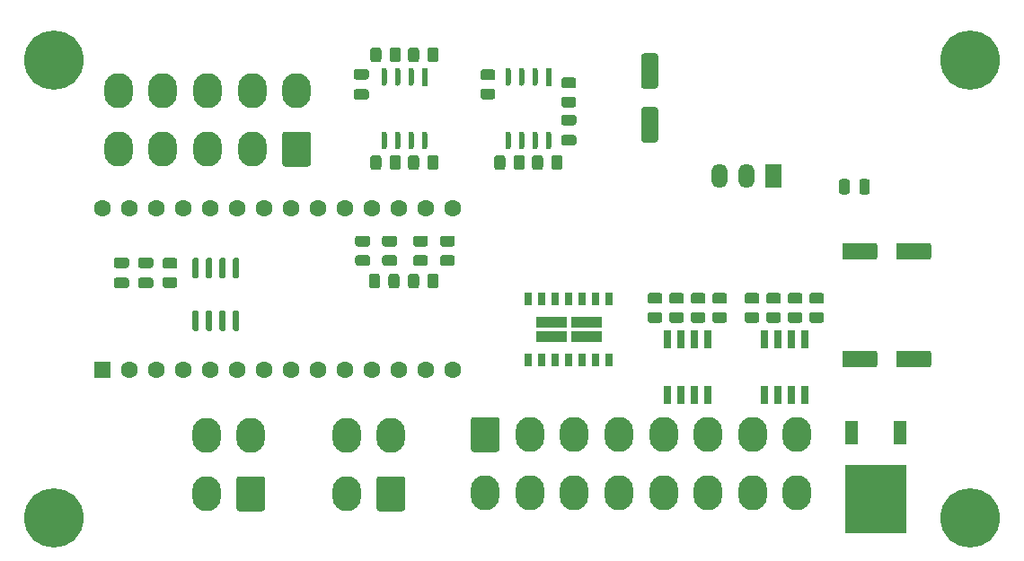
<source format=gbr>
%TF.GenerationSoftware,KiCad,Pcbnew,5.1.9+dfsg1-1*%
%TF.CreationDate,2021-05-17T21:51:48+02:00*%
%TF.ProjectId,JoeMBMS,4a6f654d-424d-4532-9e6b-696361645f70,rev?*%
%TF.SameCoordinates,Original*%
%TF.FileFunction,Soldermask,Top*%
%TF.FilePolarity,Negative*%
%FSLAX46Y46*%
G04 Gerber Fmt 4.6, Leading zero omitted, Abs format (unit mm)*
G04 Created by KiCad (PCBNEW 5.1.9+dfsg1-1) date 2021-05-17 21:51:48*
%MOMM*%
%LPD*%
G01*
G04 APERTURE LIST*
%ADD10C,5.600000*%
%ADD11R,1.600000X1.600000*%
%ADD12C,1.600000*%
%ADD13O,2.700000X3.300000*%
%ADD14R,0.532132X1.702833*%
%ADD15R,0.720000X1.780000*%
%ADD16R,1.200000X2.200000*%
%ADD17R,5.800000X6.400000*%
%ADD18R,2.900000X1.025000*%
%ADD19R,0.650000X1.310000*%
%ADD20R,1.500000X2.300000*%
%ADD21O,1.500000X2.300000*%
G04 APERTURE END LIST*
%TO.C,C8*%
G36*
G01*
X208421000Y-133054000D02*
X208421000Y-134154000D01*
G75*
G02*
X208171000Y-134404000I-250000J0D01*
G01*
X205346000Y-134404000D01*
G75*
G02*
X205096000Y-134154000I0J250000D01*
G01*
X205096000Y-133054000D01*
G75*
G02*
X205346000Y-132804000I250000J0D01*
G01*
X208171000Y-132804000D01*
G75*
G02*
X208421000Y-133054000I0J-250000D01*
G01*
G37*
G36*
G01*
X213496000Y-133054000D02*
X213496000Y-134154000D01*
G75*
G02*
X213246000Y-134404000I-250000J0D01*
G01*
X210421000Y-134404000D01*
G75*
G02*
X210171000Y-134154000I0J250000D01*
G01*
X210171000Y-133054000D01*
G75*
G02*
X210421000Y-132804000I250000J0D01*
G01*
X213246000Y-132804000D01*
G75*
G02*
X213496000Y-133054000I0J-250000D01*
G01*
G37*
%TD*%
%TO.C,C7*%
G36*
G01*
X186394000Y-120001000D02*
X187494000Y-120001000D01*
G75*
G02*
X187744000Y-120251000I0J-250000D01*
G01*
X187744000Y-123076000D01*
G75*
G02*
X187494000Y-123326000I-250000J0D01*
G01*
X186394000Y-123326000D01*
G75*
G02*
X186144000Y-123076000I0J250000D01*
G01*
X186144000Y-120251000D01*
G75*
G02*
X186394000Y-120001000I250000J0D01*
G01*
G37*
G36*
G01*
X186394000Y-114926000D02*
X187494000Y-114926000D01*
G75*
G02*
X187744000Y-115176000I0J-250000D01*
G01*
X187744000Y-118001000D01*
G75*
G02*
X187494000Y-118251000I-250000J0D01*
G01*
X186394000Y-118251000D01*
G75*
G02*
X186144000Y-118001000I0J250000D01*
G01*
X186144000Y-115176000D01*
G75*
G02*
X186394000Y-114926000I250000J0D01*
G01*
G37*
%TD*%
%TO.C,C5*%
G36*
G01*
X208421000Y-143214000D02*
X208421000Y-144314000D01*
G75*
G02*
X208171000Y-144564000I-250000J0D01*
G01*
X205346000Y-144564000D01*
G75*
G02*
X205096000Y-144314000I0J250000D01*
G01*
X205096000Y-143214000D01*
G75*
G02*
X205346000Y-142964000I250000J0D01*
G01*
X208171000Y-142964000D01*
G75*
G02*
X208421000Y-143214000I0J-250000D01*
G01*
G37*
G36*
G01*
X213496000Y-143214000D02*
X213496000Y-144314000D01*
G75*
G02*
X213246000Y-144564000I-250000J0D01*
G01*
X210421000Y-144564000D01*
G75*
G02*
X210171000Y-144314000I0J250000D01*
G01*
X210171000Y-143214000D01*
G75*
G02*
X210421000Y-142964000I250000J0D01*
G01*
X213246000Y-142964000D01*
G75*
G02*
X213496000Y-143214000I0J-250000D01*
G01*
G37*
%TD*%
D10*
%TO.C,REF\u002A\u002A*%
X130810000Y-158750000D03*
%TD*%
%TO.C,REF\u002A\u002A*%
X130810000Y-115570000D03*
%TD*%
%TO.C,REF\u002A\u002A*%
X217170000Y-115570000D03*
%TD*%
%TO.C,REF\u002A\u002A*%
X217170000Y-158750000D03*
%TD*%
D11*
%TO.C,U1*%
X135382000Y-144780000D03*
D12*
X137922000Y-144780000D03*
X140462000Y-144780000D03*
X143002000Y-144780000D03*
X145542000Y-144780000D03*
X148082000Y-144780000D03*
X150622000Y-144780000D03*
X153162000Y-144780000D03*
X155702000Y-144780000D03*
X158242000Y-144780000D03*
X160782000Y-144780000D03*
X163322000Y-144780000D03*
X165862000Y-144780000D03*
X135382000Y-129540000D03*
X137922000Y-129540000D03*
X140462000Y-129540000D03*
X143002000Y-129540000D03*
X145542000Y-129540000D03*
X148082000Y-129540000D03*
X150622000Y-129540000D03*
X153162000Y-129540000D03*
X155702000Y-129540000D03*
X158242000Y-129540000D03*
X160782000Y-129540000D03*
X163322000Y-129540000D03*
X165862000Y-129540000D03*
X168402000Y-144780000D03*
X168402000Y-129540000D03*
%TD*%
%TO.C,R12*%
G36*
G01*
X198177999Y-137513000D02*
X199078001Y-137513000D01*
G75*
G02*
X199328000Y-137762999I0J-249999D01*
G01*
X199328000Y-138288001D01*
G75*
G02*
X199078001Y-138538000I-249999J0D01*
G01*
X198177999Y-138538000D01*
G75*
G02*
X197928000Y-138288001I0J249999D01*
G01*
X197928000Y-137762999D01*
G75*
G02*
X198177999Y-137513000I249999J0D01*
G01*
G37*
G36*
G01*
X198177999Y-139338000D02*
X199078001Y-139338000D01*
G75*
G02*
X199328000Y-139587999I0J-249999D01*
G01*
X199328000Y-140113001D01*
G75*
G02*
X199078001Y-140363000I-249999J0D01*
G01*
X198177999Y-140363000D01*
G75*
G02*
X197928000Y-140113001I0J249999D01*
G01*
X197928000Y-139587999D01*
G75*
G02*
X198177999Y-139338000I249999J0D01*
G01*
G37*
%TD*%
%TO.C,C1*%
G36*
G01*
X138971000Y-134186000D02*
X139921000Y-134186000D01*
G75*
G02*
X140171000Y-134436000I0J-250000D01*
G01*
X140171000Y-134936000D01*
G75*
G02*
X139921000Y-135186000I-250000J0D01*
G01*
X138971000Y-135186000D01*
G75*
G02*
X138721000Y-134936000I0J250000D01*
G01*
X138721000Y-134436000D01*
G75*
G02*
X138971000Y-134186000I250000J0D01*
G01*
G37*
G36*
G01*
X138971000Y-136086000D02*
X139921000Y-136086000D01*
G75*
G02*
X140171000Y-136336000I0J-250000D01*
G01*
X140171000Y-136836000D01*
G75*
G02*
X139921000Y-137086000I-250000J0D01*
G01*
X138971000Y-137086000D01*
G75*
G02*
X138721000Y-136836000I0J250000D01*
G01*
X138721000Y-136336000D01*
G75*
G02*
X138971000Y-136086000I250000J0D01*
G01*
G37*
%TD*%
%TO.C,C2*%
G36*
G01*
X136685000Y-136086000D02*
X137635000Y-136086000D01*
G75*
G02*
X137885000Y-136336000I0J-250000D01*
G01*
X137885000Y-136836000D01*
G75*
G02*
X137635000Y-137086000I-250000J0D01*
G01*
X136685000Y-137086000D01*
G75*
G02*
X136435000Y-136836000I0J250000D01*
G01*
X136435000Y-136336000D01*
G75*
G02*
X136685000Y-136086000I250000J0D01*
G01*
G37*
G36*
G01*
X136685000Y-134186000D02*
X137635000Y-134186000D01*
G75*
G02*
X137885000Y-134436000I0J-250000D01*
G01*
X137885000Y-134936000D01*
G75*
G02*
X137635000Y-135186000I-250000J0D01*
G01*
X136685000Y-135186000D01*
G75*
G02*
X136435000Y-134936000I0J250000D01*
G01*
X136435000Y-134436000D01*
G75*
G02*
X136685000Y-134186000I250000J0D01*
G01*
G37*
%TD*%
%TO.C,C3*%
G36*
G01*
X159291000Y-118306000D02*
X160241000Y-118306000D01*
G75*
G02*
X160491000Y-118556000I0J-250000D01*
G01*
X160491000Y-119056000D01*
G75*
G02*
X160241000Y-119306000I-250000J0D01*
G01*
X159291000Y-119306000D01*
G75*
G02*
X159041000Y-119056000I0J250000D01*
G01*
X159041000Y-118556000D01*
G75*
G02*
X159291000Y-118306000I250000J0D01*
G01*
G37*
G36*
G01*
X159291000Y-116406000D02*
X160241000Y-116406000D01*
G75*
G02*
X160491000Y-116656000I0J-250000D01*
G01*
X160491000Y-117156000D01*
G75*
G02*
X160241000Y-117406000I-250000J0D01*
G01*
X159291000Y-117406000D01*
G75*
G02*
X159041000Y-117156000I0J250000D01*
G01*
X159041000Y-116656000D01*
G75*
G02*
X159291000Y-116406000I250000J0D01*
G01*
G37*
%TD*%
%TO.C,C4*%
G36*
G01*
X178849000Y-120724000D02*
X179799000Y-120724000D01*
G75*
G02*
X180049000Y-120974000I0J-250000D01*
G01*
X180049000Y-121474000D01*
G75*
G02*
X179799000Y-121724000I-250000J0D01*
G01*
X178849000Y-121724000D01*
G75*
G02*
X178599000Y-121474000I0J250000D01*
G01*
X178599000Y-120974000D01*
G75*
G02*
X178849000Y-120724000I250000J0D01*
G01*
G37*
G36*
G01*
X178849000Y-122624000D02*
X179799000Y-122624000D01*
G75*
G02*
X180049000Y-122874000I0J-250000D01*
G01*
X180049000Y-123374000D01*
G75*
G02*
X179799000Y-123624000I-250000J0D01*
G01*
X178849000Y-123624000D01*
G75*
G02*
X178599000Y-123374000I0J250000D01*
G01*
X178599000Y-122874000D01*
G75*
G02*
X178849000Y-122624000I250000J0D01*
G01*
G37*
%TD*%
%TO.C,C6*%
G36*
G01*
X207698000Y-127033000D02*
X207698000Y-127983000D01*
G75*
G02*
X207448000Y-128233000I-250000J0D01*
G01*
X206948000Y-128233000D01*
G75*
G02*
X206698000Y-127983000I0J250000D01*
G01*
X206698000Y-127033000D01*
G75*
G02*
X206948000Y-126783000I250000J0D01*
G01*
X207448000Y-126783000D01*
G75*
G02*
X207698000Y-127033000I0J-250000D01*
G01*
G37*
G36*
G01*
X205798000Y-127033000D02*
X205798000Y-127983000D01*
G75*
G02*
X205548000Y-128233000I-250000J0D01*
G01*
X205048000Y-128233000D01*
G75*
G02*
X204798000Y-127983000I0J250000D01*
G01*
X204798000Y-127033000D01*
G75*
G02*
X205048000Y-126783000I250000J0D01*
G01*
X205548000Y-126783000D01*
G75*
G02*
X205798000Y-127033000I0J-250000D01*
G01*
G37*
%TD*%
D13*
%TO.C,J1*%
X145152000Y-150964000D03*
X149352000Y-150964000D03*
X145152000Y-156464000D03*
G36*
G01*
X150702000Y-155064001D02*
X150702000Y-157863999D01*
G75*
G02*
X150451999Y-158114000I-250001J0D01*
G01*
X148252001Y-158114000D01*
G75*
G02*
X148002000Y-157863999I0J250001D01*
G01*
X148002000Y-155064001D01*
G75*
G02*
X148252001Y-154814000I250001J0D01*
G01*
X150451999Y-154814000D01*
G75*
G02*
X150702000Y-155064001I0J-250001D01*
G01*
G37*
%TD*%
%TO.C,J2*%
G36*
G01*
X163910000Y-155064001D02*
X163910000Y-157863999D01*
G75*
G02*
X163659999Y-158114000I-250001J0D01*
G01*
X161460001Y-158114000D01*
G75*
G02*
X161210000Y-157863999I0J250001D01*
G01*
X161210000Y-155064001D01*
G75*
G02*
X161460001Y-154814000I250001J0D01*
G01*
X163659999Y-154814000D01*
G75*
G02*
X163910000Y-155064001I0J-250001D01*
G01*
G37*
X158360000Y-156464000D03*
X162560000Y-150964000D03*
X158360000Y-150964000D03*
%TD*%
%TO.C,J4*%
G36*
G01*
X170100000Y-152275999D02*
X170100000Y-149476001D01*
G75*
G02*
X170350001Y-149226000I250001J0D01*
G01*
X172549999Y-149226000D01*
G75*
G02*
X172800000Y-149476001I0J-250001D01*
G01*
X172800000Y-152275999D01*
G75*
G02*
X172549999Y-152526000I-250001J0D01*
G01*
X170350001Y-152526000D01*
G75*
G02*
X170100000Y-152275999I0J250001D01*
G01*
G37*
X175650000Y-150876000D03*
X179850000Y-150876000D03*
X184050000Y-150876000D03*
X188250000Y-150876000D03*
X192450000Y-150876000D03*
X196650000Y-150876000D03*
X200850000Y-150876000D03*
X171450000Y-156376000D03*
X175650000Y-156376000D03*
X179850000Y-156376000D03*
X184050000Y-156376000D03*
X188250000Y-156376000D03*
X192450000Y-156376000D03*
X196650000Y-156376000D03*
X200850000Y-156376000D03*
%TD*%
%TO.C,J5*%
G36*
G01*
X155020000Y-122552001D02*
X155020000Y-125351999D01*
G75*
G02*
X154769999Y-125602000I-250001J0D01*
G01*
X152570001Y-125602000D01*
G75*
G02*
X152320000Y-125351999I0J250001D01*
G01*
X152320000Y-122552001D01*
G75*
G02*
X152570001Y-122302000I250001J0D01*
G01*
X154769999Y-122302000D01*
G75*
G02*
X155020000Y-122552001I0J-250001D01*
G01*
G37*
X149470000Y-123952000D03*
X145270000Y-123952000D03*
X141070000Y-123952000D03*
X136870000Y-123952000D03*
X153670000Y-118452000D03*
X149470000Y-118452000D03*
X145270000Y-118452000D03*
X141070000Y-118452000D03*
X136870000Y-118452000D03*
%TD*%
D14*
%TO.C,Q1*%
X177419000Y-117141858D03*
G36*
G01*
X176149000Y-116290442D02*
X176149000Y-116290442D01*
G75*
G02*
X176415066Y-116556508I0J-266066D01*
G01*
X176415066Y-117727208D01*
G75*
G02*
X176149000Y-117993274I-266066J0D01*
G01*
X176149000Y-117993274D01*
G75*
G02*
X175882934Y-117727208I0J266066D01*
G01*
X175882934Y-116556508D01*
G75*
G02*
X176149000Y-116290442I266066J0D01*
G01*
G37*
G36*
G01*
X174879000Y-116290442D02*
X174879000Y-116290442D01*
G75*
G02*
X175145066Y-116556508I0J-266066D01*
G01*
X175145066Y-117727208D01*
G75*
G02*
X174879000Y-117993274I-266066J0D01*
G01*
X174879000Y-117993274D01*
G75*
G02*
X174612934Y-117727208I0J266066D01*
G01*
X174612934Y-116556508D01*
G75*
G02*
X174879000Y-116290442I266066J0D01*
G01*
G37*
G36*
G01*
X173609000Y-116290442D02*
X173609000Y-116290442D01*
G75*
G02*
X173875066Y-116556508I0J-266066D01*
G01*
X173875066Y-117727208D01*
G75*
G02*
X173609000Y-117993274I-266066J0D01*
G01*
X173609000Y-117993274D01*
G75*
G02*
X173342934Y-117727208I0J266066D01*
G01*
X173342934Y-116556508D01*
G75*
G02*
X173609000Y-116290442I266066J0D01*
G01*
G37*
G36*
G01*
X173609000Y-122290727D02*
X173609000Y-122290727D01*
G75*
G02*
X173875066Y-122556793I0J-266066D01*
G01*
X173875066Y-123727493D01*
G75*
G02*
X173609000Y-123993559I-266066J0D01*
G01*
X173609000Y-123993559D01*
G75*
G02*
X173342934Y-123727493I0J266066D01*
G01*
X173342934Y-122556793D01*
G75*
G02*
X173609000Y-122290727I266066J0D01*
G01*
G37*
G36*
G01*
X174879000Y-122290727D02*
X174879000Y-122290727D01*
G75*
G02*
X175145066Y-122556793I0J-266066D01*
G01*
X175145066Y-123727493D01*
G75*
G02*
X174879000Y-123993559I-266066J0D01*
G01*
X174879000Y-123993559D01*
G75*
G02*
X174612934Y-123727493I0J266066D01*
G01*
X174612934Y-122556793D01*
G75*
G02*
X174879000Y-122290727I266066J0D01*
G01*
G37*
G36*
G01*
X176149000Y-122290727D02*
X176149000Y-122290727D01*
G75*
G02*
X176415066Y-122556793I0J-266066D01*
G01*
X176415066Y-123727493D01*
G75*
G02*
X176149000Y-123993559I-266066J0D01*
G01*
X176149000Y-123993559D01*
G75*
G02*
X175882934Y-123727493I0J266066D01*
G01*
X175882934Y-122556793D01*
G75*
G02*
X176149000Y-122290727I266066J0D01*
G01*
G37*
G36*
G01*
X177419000Y-122290727D02*
X177419000Y-122290727D01*
G75*
G02*
X177685066Y-122556793I0J-266066D01*
G01*
X177685066Y-123727493D01*
G75*
G02*
X177419000Y-123993559I-266066J0D01*
G01*
X177419000Y-123993559D01*
G75*
G02*
X177152934Y-123727493I0J266066D01*
G01*
X177152934Y-122556793D01*
G75*
G02*
X177419000Y-122290727I266066J0D01*
G01*
G37*
%TD*%
%TO.C,Q2*%
G36*
G01*
X165735000Y-122290727D02*
X165735000Y-122290727D01*
G75*
G02*
X166001066Y-122556793I0J-266066D01*
G01*
X166001066Y-123727493D01*
G75*
G02*
X165735000Y-123993559I-266066J0D01*
G01*
X165735000Y-123993559D01*
G75*
G02*
X165468934Y-123727493I0J266066D01*
G01*
X165468934Y-122556793D01*
G75*
G02*
X165735000Y-122290727I266066J0D01*
G01*
G37*
G36*
G01*
X164465000Y-122290727D02*
X164465000Y-122290727D01*
G75*
G02*
X164731066Y-122556793I0J-266066D01*
G01*
X164731066Y-123727493D01*
G75*
G02*
X164465000Y-123993559I-266066J0D01*
G01*
X164465000Y-123993559D01*
G75*
G02*
X164198934Y-123727493I0J266066D01*
G01*
X164198934Y-122556793D01*
G75*
G02*
X164465000Y-122290727I266066J0D01*
G01*
G37*
G36*
G01*
X163195000Y-122290727D02*
X163195000Y-122290727D01*
G75*
G02*
X163461066Y-122556793I0J-266066D01*
G01*
X163461066Y-123727493D01*
G75*
G02*
X163195000Y-123993559I-266066J0D01*
G01*
X163195000Y-123993559D01*
G75*
G02*
X162928934Y-123727493I0J266066D01*
G01*
X162928934Y-122556793D01*
G75*
G02*
X163195000Y-122290727I266066J0D01*
G01*
G37*
G36*
G01*
X161925000Y-122290727D02*
X161925000Y-122290727D01*
G75*
G02*
X162191066Y-122556793I0J-266066D01*
G01*
X162191066Y-123727493D01*
G75*
G02*
X161925000Y-123993559I-266066J0D01*
G01*
X161925000Y-123993559D01*
G75*
G02*
X161658934Y-123727493I0J266066D01*
G01*
X161658934Y-122556793D01*
G75*
G02*
X161925000Y-122290727I266066J0D01*
G01*
G37*
G36*
G01*
X161925000Y-116290442D02*
X161925000Y-116290442D01*
G75*
G02*
X162191066Y-116556508I0J-266066D01*
G01*
X162191066Y-117727208D01*
G75*
G02*
X161925000Y-117993274I-266066J0D01*
G01*
X161925000Y-117993274D01*
G75*
G02*
X161658934Y-117727208I0J266066D01*
G01*
X161658934Y-116556508D01*
G75*
G02*
X161925000Y-116290442I266066J0D01*
G01*
G37*
G36*
G01*
X163195000Y-116290442D02*
X163195000Y-116290442D01*
G75*
G02*
X163461066Y-116556508I0J-266066D01*
G01*
X163461066Y-117727208D01*
G75*
G02*
X163195000Y-117993274I-266066J0D01*
G01*
X163195000Y-117993274D01*
G75*
G02*
X162928934Y-117727208I0J266066D01*
G01*
X162928934Y-116556508D01*
G75*
G02*
X163195000Y-116290442I266066J0D01*
G01*
G37*
G36*
G01*
X164465000Y-116290442D02*
X164465000Y-116290442D01*
G75*
G02*
X164731066Y-116556508I0J-266066D01*
G01*
X164731066Y-117727208D01*
G75*
G02*
X164465000Y-117993274I-266066J0D01*
G01*
X164465000Y-117993274D01*
G75*
G02*
X164198934Y-117727208I0J266066D01*
G01*
X164198934Y-116556508D01*
G75*
G02*
X164465000Y-116290442I266066J0D01*
G01*
G37*
X165735000Y-117141858D03*
%TD*%
D15*
%TO.C,Q3*%
X201549000Y-141916000D03*
X199009000Y-141916000D03*
X200279000Y-141916000D03*
X197739000Y-141916000D03*
X197739000Y-147136000D03*
X199009000Y-147136000D03*
X200279000Y-147136000D03*
X201549000Y-147136000D03*
%TD*%
%TO.C,Q4*%
X192405000Y-147136000D03*
X191135000Y-147136000D03*
X189865000Y-147136000D03*
X188595000Y-147136000D03*
X188595000Y-141916000D03*
X191135000Y-141916000D03*
X189865000Y-141916000D03*
X192405000Y-141916000D03*
%TD*%
D16*
%TO.C,Q5*%
X210560000Y-150672000D03*
X206000000Y-150672000D03*
D17*
X208280000Y-156972000D03*
%TD*%
%TO.C,R1*%
G36*
G01*
X141281999Y-136036000D02*
X142182001Y-136036000D01*
G75*
G02*
X142432000Y-136285999I0J-249999D01*
G01*
X142432000Y-136811001D01*
G75*
G02*
X142182001Y-137061000I-249999J0D01*
G01*
X141281999Y-137061000D01*
G75*
G02*
X141032000Y-136811001I0J249999D01*
G01*
X141032000Y-136285999D01*
G75*
G02*
X141281999Y-136036000I249999J0D01*
G01*
G37*
G36*
G01*
X141281999Y-134211000D02*
X142182001Y-134211000D01*
G75*
G02*
X142432000Y-134460999I0J-249999D01*
G01*
X142432000Y-134986001D01*
G75*
G02*
X142182001Y-135236000I-249999J0D01*
G01*
X141281999Y-135236000D01*
G75*
G02*
X141032000Y-134986001I0J249999D01*
G01*
X141032000Y-134460999D01*
G75*
G02*
X141281999Y-134211000I249999J0D01*
G01*
G37*
%TD*%
%TO.C,R2*%
G36*
G01*
X179774001Y-118218000D02*
X178873999Y-118218000D01*
G75*
G02*
X178624000Y-117968001I0J249999D01*
G01*
X178624000Y-117442999D01*
G75*
G02*
X178873999Y-117193000I249999J0D01*
G01*
X179774001Y-117193000D01*
G75*
G02*
X180024000Y-117442999I0J-249999D01*
G01*
X180024000Y-117968001D01*
G75*
G02*
X179774001Y-118218000I-249999J0D01*
G01*
G37*
G36*
G01*
X179774001Y-120043000D02*
X178873999Y-120043000D01*
G75*
G02*
X178624000Y-119793001I0J249999D01*
G01*
X178624000Y-119267999D01*
G75*
G02*
X178873999Y-119018000I249999J0D01*
G01*
X179774001Y-119018000D01*
G75*
G02*
X180024000Y-119267999I0J-249999D01*
G01*
X180024000Y-119793001D01*
G75*
G02*
X179774001Y-120043000I-249999J0D01*
G01*
G37*
%TD*%
%TO.C,R3*%
G36*
G01*
X172154001Y-119281000D02*
X171253999Y-119281000D01*
G75*
G02*
X171004000Y-119031001I0J249999D01*
G01*
X171004000Y-118505999D01*
G75*
G02*
X171253999Y-118256000I249999J0D01*
G01*
X172154001Y-118256000D01*
G75*
G02*
X172404000Y-118505999I0J-249999D01*
G01*
X172404000Y-119031001D01*
G75*
G02*
X172154001Y-119281000I-249999J0D01*
G01*
G37*
G36*
G01*
X172154001Y-117456000D02*
X171253999Y-117456000D01*
G75*
G02*
X171004000Y-117206001I0J249999D01*
G01*
X171004000Y-116680999D01*
G75*
G02*
X171253999Y-116431000I249999J0D01*
G01*
X172154001Y-116431000D01*
G75*
G02*
X172404000Y-116680999I0J-249999D01*
G01*
X172404000Y-117206001D01*
G75*
G02*
X172154001Y-117456000I-249999J0D01*
G01*
G37*
%TD*%
%TO.C,R4*%
G36*
G01*
X164183000Y-115512001D02*
X164183000Y-114611999D01*
G75*
G02*
X164432999Y-114362000I249999J0D01*
G01*
X164958001Y-114362000D01*
G75*
G02*
X165208000Y-114611999I0J-249999D01*
G01*
X165208000Y-115512001D01*
G75*
G02*
X164958001Y-115762000I-249999J0D01*
G01*
X164432999Y-115762000D01*
G75*
G02*
X164183000Y-115512001I0J249999D01*
G01*
G37*
G36*
G01*
X166008000Y-115512001D02*
X166008000Y-114611999D01*
G75*
G02*
X166257999Y-114362000I249999J0D01*
G01*
X166783001Y-114362000D01*
G75*
G02*
X167033000Y-114611999I0J-249999D01*
G01*
X167033000Y-115512001D01*
G75*
G02*
X166783001Y-115762000I-249999J0D01*
G01*
X166257999Y-115762000D01*
G75*
G02*
X166008000Y-115512001I0J249999D01*
G01*
G37*
%TD*%
%TO.C,R5*%
G36*
G01*
X162452000Y-115512001D02*
X162452000Y-114611999D01*
G75*
G02*
X162701999Y-114362000I249999J0D01*
G01*
X163227001Y-114362000D01*
G75*
G02*
X163477000Y-114611999I0J-249999D01*
G01*
X163477000Y-115512001D01*
G75*
G02*
X163227001Y-115762000I-249999J0D01*
G01*
X162701999Y-115762000D01*
G75*
G02*
X162452000Y-115512001I0J249999D01*
G01*
G37*
G36*
G01*
X160627000Y-115512001D02*
X160627000Y-114611999D01*
G75*
G02*
X160876999Y-114362000I249999J0D01*
G01*
X161402001Y-114362000D01*
G75*
G02*
X161652000Y-114611999I0J-249999D01*
G01*
X161652000Y-115512001D01*
G75*
G02*
X161402001Y-115762000I-249999J0D01*
G01*
X160876999Y-115762000D01*
G75*
G02*
X160627000Y-115512001I0J249999D01*
G01*
G37*
%TD*%
%TO.C,R6*%
G36*
G01*
X176892000Y-124771999D02*
X176892000Y-125672001D01*
G75*
G02*
X176642001Y-125922000I-249999J0D01*
G01*
X176116999Y-125922000D01*
G75*
G02*
X175867000Y-125672001I0J249999D01*
G01*
X175867000Y-124771999D01*
G75*
G02*
X176116999Y-124522000I249999J0D01*
G01*
X176642001Y-124522000D01*
G75*
G02*
X176892000Y-124771999I0J-249999D01*
G01*
G37*
G36*
G01*
X178717000Y-124771999D02*
X178717000Y-125672001D01*
G75*
G02*
X178467001Y-125922000I-249999J0D01*
G01*
X177941999Y-125922000D01*
G75*
G02*
X177692000Y-125672001I0J249999D01*
G01*
X177692000Y-124771999D01*
G75*
G02*
X177941999Y-124522000I249999J0D01*
G01*
X178467001Y-124522000D01*
G75*
G02*
X178717000Y-124771999I0J-249999D01*
G01*
G37*
%TD*%
%TO.C,R7*%
G36*
G01*
X172311000Y-125672001D02*
X172311000Y-124771999D01*
G75*
G02*
X172560999Y-124522000I249999J0D01*
G01*
X173086001Y-124522000D01*
G75*
G02*
X173336000Y-124771999I0J-249999D01*
G01*
X173336000Y-125672001D01*
G75*
G02*
X173086001Y-125922000I-249999J0D01*
G01*
X172560999Y-125922000D01*
G75*
G02*
X172311000Y-125672001I0J249999D01*
G01*
G37*
G36*
G01*
X174136000Y-125672001D02*
X174136000Y-124771999D01*
G75*
G02*
X174385999Y-124522000I249999J0D01*
G01*
X174911001Y-124522000D01*
G75*
G02*
X175161000Y-124771999I0J-249999D01*
G01*
X175161000Y-125672001D01*
G75*
G02*
X174911001Y-125922000I-249999J0D01*
G01*
X174385999Y-125922000D01*
G75*
G02*
X174136000Y-125672001I0J249999D01*
G01*
G37*
%TD*%
%TO.C,R8*%
G36*
G01*
X167033000Y-124771999D02*
X167033000Y-125672001D01*
G75*
G02*
X166783001Y-125922000I-249999J0D01*
G01*
X166257999Y-125922000D01*
G75*
G02*
X166008000Y-125672001I0J249999D01*
G01*
X166008000Y-124771999D01*
G75*
G02*
X166257999Y-124522000I249999J0D01*
G01*
X166783001Y-124522000D01*
G75*
G02*
X167033000Y-124771999I0J-249999D01*
G01*
G37*
G36*
G01*
X165208000Y-124771999D02*
X165208000Y-125672001D01*
G75*
G02*
X164958001Y-125922000I-249999J0D01*
G01*
X164432999Y-125922000D01*
G75*
G02*
X164183000Y-125672001I0J249999D01*
G01*
X164183000Y-124771999D01*
G75*
G02*
X164432999Y-124522000I249999J0D01*
G01*
X164958001Y-124522000D01*
G75*
G02*
X165208000Y-124771999I0J-249999D01*
G01*
G37*
%TD*%
%TO.C,R9*%
G36*
G01*
X162452000Y-125672001D02*
X162452000Y-124771999D01*
G75*
G02*
X162701999Y-124522000I249999J0D01*
G01*
X163227001Y-124522000D01*
G75*
G02*
X163477000Y-124771999I0J-249999D01*
G01*
X163477000Y-125672001D01*
G75*
G02*
X163227001Y-125922000I-249999J0D01*
G01*
X162701999Y-125922000D01*
G75*
G02*
X162452000Y-125672001I0J249999D01*
G01*
G37*
G36*
G01*
X160627000Y-125672001D02*
X160627000Y-124771999D01*
G75*
G02*
X160876999Y-124522000I249999J0D01*
G01*
X161402001Y-124522000D01*
G75*
G02*
X161652000Y-124771999I0J-249999D01*
G01*
X161652000Y-125672001D01*
G75*
G02*
X161402001Y-125922000I-249999J0D01*
G01*
X160876999Y-125922000D01*
G75*
G02*
X160627000Y-125672001I0J249999D01*
G01*
G37*
%TD*%
%TO.C,R10*%
G36*
G01*
X202241999Y-137513000D02*
X203142001Y-137513000D01*
G75*
G02*
X203392000Y-137762999I0J-249999D01*
G01*
X203392000Y-138288001D01*
G75*
G02*
X203142001Y-138538000I-249999J0D01*
G01*
X202241999Y-138538000D01*
G75*
G02*
X201992000Y-138288001I0J249999D01*
G01*
X201992000Y-137762999D01*
G75*
G02*
X202241999Y-137513000I249999J0D01*
G01*
G37*
G36*
G01*
X202241999Y-139338000D02*
X203142001Y-139338000D01*
G75*
G02*
X203392000Y-139587999I0J-249999D01*
G01*
X203392000Y-140113001D01*
G75*
G02*
X203142001Y-140363000I-249999J0D01*
G01*
X202241999Y-140363000D01*
G75*
G02*
X201992000Y-140113001I0J249999D01*
G01*
X201992000Y-139587999D01*
G75*
G02*
X202241999Y-139338000I249999J0D01*
G01*
G37*
%TD*%
%TO.C,R11*%
G36*
G01*
X200209999Y-139338000D02*
X201110001Y-139338000D01*
G75*
G02*
X201360000Y-139587999I0J-249999D01*
G01*
X201360000Y-140113001D01*
G75*
G02*
X201110001Y-140363000I-249999J0D01*
G01*
X200209999Y-140363000D01*
G75*
G02*
X199960000Y-140113001I0J249999D01*
G01*
X199960000Y-139587999D01*
G75*
G02*
X200209999Y-139338000I249999J0D01*
G01*
G37*
G36*
G01*
X200209999Y-137513000D02*
X201110001Y-137513000D01*
G75*
G02*
X201360000Y-137762999I0J-249999D01*
G01*
X201360000Y-138288001D01*
G75*
G02*
X201110001Y-138538000I-249999J0D01*
G01*
X200209999Y-138538000D01*
G75*
G02*
X199960000Y-138288001I0J249999D01*
G01*
X199960000Y-137762999D01*
G75*
G02*
X200209999Y-137513000I249999J0D01*
G01*
G37*
%TD*%
%TO.C,R13*%
G36*
G01*
X196145999Y-137513000D02*
X197046001Y-137513000D01*
G75*
G02*
X197296000Y-137762999I0J-249999D01*
G01*
X197296000Y-138288001D01*
G75*
G02*
X197046001Y-138538000I-249999J0D01*
G01*
X196145999Y-138538000D01*
G75*
G02*
X195896000Y-138288001I0J249999D01*
G01*
X195896000Y-137762999D01*
G75*
G02*
X196145999Y-137513000I249999J0D01*
G01*
G37*
G36*
G01*
X196145999Y-139338000D02*
X197046001Y-139338000D01*
G75*
G02*
X197296000Y-139587999I0J-249999D01*
G01*
X197296000Y-140113001D01*
G75*
G02*
X197046001Y-140363000I-249999J0D01*
G01*
X196145999Y-140363000D01*
G75*
G02*
X195896000Y-140113001I0J249999D01*
G01*
X195896000Y-139587999D01*
G75*
G02*
X196145999Y-139338000I249999J0D01*
G01*
G37*
%TD*%
%TO.C,R14*%
G36*
G01*
X193097999Y-137513000D02*
X193998001Y-137513000D01*
G75*
G02*
X194248000Y-137762999I0J-249999D01*
G01*
X194248000Y-138288001D01*
G75*
G02*
X193998001Y-138538000I-249999J0D01*
G01*
X193097999Y-138538000D01*
G75*
G02*
X192848000Y-138288001I0J249999D01*
G01*
X192848000Y-137762999D01*
G75*
G02*
X193097999Y-137513000I249999J0D01*
G01*
G37*
G36*
G01*
X193097999Y-139338000D02*
X193998001Y-139338000D01*
G75*
G02*
X194248000Y-139587999I0J-249999D01*
G01*
X194248000Y-140113001D01*
G75*
G02*
X193998001Y-140363000I-249999J0D01*
G01*
X193097999Y-140363000D01*
G75*
G02*
X192848000Y-140113001I0J249999D01*
G01*
X192848000Y-139587999D01*
G75*
G02*
X193097999Y-139338000I249999J0D01*
G01*
G37*
%TD*%
%TO.C,R15*%
G36*
G01*
X191065999Y-139338000D02*
X191966001Y-139338000D01*
G75*
G02*
X192216000Y-139587999I0J-249999D01*
G01*
X192216000Y-140113001D01*
G75*
G02*
X191966001Y-140363000I-249999J0D01*
G01*
X191065999Y-140363000D01*
G75*
G02*
X190816000Y-140113001I0J249999D01*
G01*
X190816000Y-139587999D01*
G75*
G02*
X191065999Y-139338000I249999J0D01*
G01*
G37*
G36*
G01*
X191065999Y-137513000D02*
X191966001Y-137513000D01*
G75*
G02*
X192216000Y-137762999I0J-249999D01*
G01*
X192216000Y-138288001D01*
G75*
G02*
X191966001Y-138538000I-249999J0D01*
G01*
X191065999Y-138538000D01*
G75*
G02*
X190816000Y-138288001I0J249999D01*
G01*
X190816000Y-137762999D01*
G75*
G02*
X191065999Y-137513000I249999J0D01*
G01*
G37*
%TD*%
%TO.C,R16*%
G36*
G01*
X189033999Y-137513000D02*
X189934001Y-137513000D01*
G75*
G02*
X190184000Y-137762999I0J-249999D01*
G01*
X190184000Y-138288001D01*
G75*
G02*
X189934001Y-138538000I-249999J0D01*
G01*
X189033999Y-138538000D01*
G75*
G02*
X188784000Y-138288001I0J249999D01*
G01*
X188784000Y-137762999D01*
G75*
G02*
X189033999Y-137513000I249999J0D01*
G01*
G37*
G36*
G01*
X189033999Y-139338000D02*
X189934001Y-139338000D01*
G75*
G02*
X190184000Y-139587999I0J-249999D01*
G01*
X190184000Y-140113001D01*
G75*
G02*
X189934001Y-140363000I-249999J0D01*
G01*
X189033999Y-140363000D01*
G75*
G02*
X188784000Y-140113001I0J249999D01*
G01*
X188784000Y-139587999D01*
G75*
G02*
X189033999Y-139338000I249999J0D01*
G01*
G37*
%TD*%
%TO.C,R17*%
G36*
G01*
X187001999Y-139338000D02*
X187902001Y-139338000D01*
G75*
G02*
X188152000Y-139587999I0J-249999D01*
G01*
X188152000Y-140113001D01*
G75*
G02*
X187902001Y-140363000I-249999J0D01*
G01*
X187001999Y-140363000D01*
G75*
G02*
X186752000Y-140113001I0J249999D01*
G01*
X186752000Y-139587999D01*
G75*
G02*
X187001999Y-139338000I249999J0D01*
G01*
G37*
G36*
G01*
X187001999Y-137513000D02*
X187902001Y-137513000D01*
G75*
G02*
X188152000Y-137762999I0J-249999D01*
G01*
X188152000Y-138288001D01*
G75*
G02*
X187902001Y-138538000I-249999J0D01*
G01*
X187001999Y-138538000D01*
G75*
G02*
X186752000Y-138288001I0J249999D01*
G01*
X186752000Y-137762999D01*
G75*
G02*
X187001999Y-137513000I249999J0D01*
G01*
G37*
%TD*%
%TO.C,R18*%
G36*
G01*
X159442999Y-133953200D02*
X160343001Y-133953200D01*
G75*
G02*
X160593000Y-134203199I0J-249999D01*
G01*
X160593000Y-134728201D01*
G75*
G02*
X160343001Y-134978200I-249999J0D01*
G01*
X159442999Y-134978200D01*
G75*
G02*
X159193000Y-134728201I0J249999D01*
G01*
X159193000Y-134203199D01*
G75*
G02*
X159442999Y-133953200I249999J0D01*
G01*
G37*
G36*
G01*
X159442999Y-132128200D02*
X160343001Y-132128200D01*
G75*
G02*
X160593000Y-132378199I0J-249999D01*
G01*
X160593000Y-132903201D01*
G75*
G02*
X160343001Y-133153200I-249999J0D01*
G01*
X159442999Y-133153200D01*
G75*
G02*
X159193000Y-132903201I0J249999D01*
G01*
X159193000Y-132378199D01*
G75*
G02*
X159442999Y-132128200I249999J0D01*
G01*
G37*
%TD*%
%TO.C,R19*%
G36*
G01*
X162883001Y-134978200D02*
X161982999Y-134978200D01*
G75*
G02*
X161733000Y-134728201I0J249999D01*
G01*
X161733000Y-134203199D01*
G75*
G02*
X161982999Y-133953200I249999J0D01*
G01*
X162883001Y-133953200D01*
G75*
G02*
X163133000Y-134203199I0J-249999D01*
G01*
X163133000Y-134728201D01*
G75*
G02*
X162883001Y-134978200I-249999J0D01*
G01*
G37*
G36*
G01*
X162883001Y-133153200D02*
X161982999Y-133153200D01*
G75*
G02*
X161733000Y-132903201I0J249999D01*
G01*
X161733000Y-132378199D01*
G75*
G02*
X161982999Y-132128200I249999J0D01*
G01*
X162883001Y-132128200D01*
G75*
G02*
X163133000Y-132378199I0J-249999D01*
G01*
X163133000Y-132903201D01*
G75*
G02*
X162883001Y-133153200I-249999J0D01*
G01*
G37*
%TD*%
%TO.C,R20*%
G36*
G01*
X161525000Y-135947999D02*
X161525000Y-136848001D01*
G75*
G02*
X161275001Y-137098000I-249999J0D01*
G01*
X160749999Y-137098000D01*
G75*
G02*
X160500000Y-136848001I0J249999D01*
G01*
X160500000Y-135947999D01*
G75*
G02*
X160749999Y-135698000I249999J0D01*
G01*
X161275001Y-135698000D01*
G75*
G02*
X161525000Y-135947999I0J-249999D01*
G01*
G37*
G36*
G01*
X163350000Y-135947999D02*
X163350000Y-136848001D01*
G75*
G02*
X163100001Y-137098000I-249999J0D01*
G01*
X162574999Y-137098000D01*
G75*
G02*
X162325000Y-136848001I0J249999D01*
G01*
X162325000Y-135947999D01*
G75*
G02*
X162574999Y-135698000I249999J0D01*
G01*
X163100001Y-135698000D01*
G75*
G02*
X163350000Y-135947999I0J-249999D01*
G01*
G37*
%TD*%
%TO.C,R21*%
G36*
G01*
X167443999Y-132128200D02*
X168344001Y-132128200D01*
G75*
G02*
X168594000Y-132378199I0J-249999D01*
G01*
X168594000Y-132903201D01*
G75*
G02*
X168344001Y-133153200I-249999J0D01*
G01*
X167443999Y-133153200D01*
G75*
G02*
X167194000Y-132903201I0J249999D01*
G01*
X167194000Y-132378199D01*
G75*
G02*
X167443999Y-132128200I249999J0D01*
G01*
G37*
G36*
G01*
X167443999Y-133953200D02*
X168344001Y-133953200D01*
G75*
G02*
X168594000Y-134203199I0J-249999D01*
G01*
X168594000Y-134728201D01*
G75*
G02*
X168344001Y-134978200I-249999J0D01*
G01*
X167443999Y-134978200D01*
G75*
G02*
X167194000Y-134728201I0J249999D01*
G01*
X167194000Y-134203199D01*
G75*
G02*
X167443999Y-133953200I249999J0D01*
G01*
G37*
%TD*%
%TO.C,R22*%
G36*
G01*
X165804001Y-133153200D02*
X164903999Y-133153200D01*
G75*
G02*
X164654000Y-132903201I0J249999D01*
G01*
X164654000Y-132378199D01*
G75*
G02*
X164903999Y-132128200I249999J0D01*
G01*
X165804001Y-132128200D01*
G75*
G02*
X166054000Y-132378199I0J-249999D01*
G01*
X166054000Y-132903201D01*
G75*
G02*
X165804001Y-133153200I-249999J0D01*
G01*
G37*
G36*
G01*
X165804001Y-134978200D02*
X164903999Y-134978200D01*
G75*
G02*
X164654000Y-134728201I0J249999D01*
G01*
X164654000Y-134203199D01*
G75*
G02*
X164903999Y-133953200I249999J0D01*
G01*
X165804001Y-133953200D01*
G75*
G02*
X166054000Y-134203199I0J-249999D01*
G01*
X166054000Y-134728201D01*
G75*
G02*
X165804001Y-134978200I-249999J0D01*
G01*
G37*
%TD*%
%TO.C,R23*%
G36*
G01*
X164183000Y-136848001D02*
X164183000Y-135947999D01*
G75*
G02*
X164432999Y-135698000I249999J0D01*
G01*
X164958001Y-135698000D01*
G75*
G02*
X165208000Y-135947999I0J-249999D01*
G01*
X165208000Y-136848001D01*
G75*
G02*
X164958001Y-137098000I-249999J0D01*
G01*
X164432999Y-137098000D01*
G75*
G02*
X164183000Y-136848001I0J249999D01*
G01*
G37*
G36*
G01*
X166008000Y-136848001D02*
X166008000Y-135947999D01*
G75*
G02*
X166257999Y-135698000I249999J0D01*
G01*
X166783001Y-135698000D01*
G75*
G02*
X167033000Y-135947999I0J-249999D01*
G01*
X167033000Y-136848001D01*
G75*
G02*
X166783001Y-137098000I-249999J0D01*
G01*
X166257999Y-137098000D01*
G75*
G02*
X166008000Y-136848001I0J249999D01*
G01*
G37*
%TD*%
D18*
%TO.C,S1*%
X180974000Y-141682500D03*
X177674000Y-141682500D03*
X177674000Y-140257500D03*
D19*
X183134000Y-143815000D03*
X183134000Y-138125000D03*
X181864000Y-143815000D03*
X181864000Y-138125000D03*
X180594000Y-143815000D03*
X180594000Y-138125000D03*
X179324000Y-143815000D03*
X179324000Y-138125000D03*
X178054000Y-143815000D03*
X178054000Y-138125000D03*
X176784000Y-143815000D03*
X176784000Y-138125000D03*
X175514000Y-143815000D03*
X175514000Y-138125000D03*
D18*
X180974000Y-140257500D03*
%TD*%
%TO.C,U2*%
G36*
G01*
X144295000Y-141118000D02*
X143995000Y-141118000D01*
G75*
G02*
X143845000Y-140968000I0J150000D01*
G01*
X143845000Y-139318000D01*
G75*
G02*
X143995000Y-139168000I150000J0D01*
G01*
X144295000Y-139168000D01*
G75*
G02*
X144445000Y-139318000I0J-150000D01*
G01*
X144445000Y-140968000D01*
G75*
G02*
X144295000Y-141118000I-150000J0D01*
G01*
G37*
G36*
G01*
X145565000Y-141118000D02*
X145265000Y-141118000D01*
G75*
G02*
X145115000Y-140968000I0J150000D01*
G01*
X145115000Y-139318000D01*
G75*
G02*
X145265000Y-139168000I150000J0D01*
G01*
X145565000Y-139168000D01*
G75*
G02*
X145715000Y-139318000I0J-150000D01*
G01*
X145715000Y-140968000D01*
G75*
G02*
X145565000Y-141118000I-150000J0D01*
G01*
G37*
G36*
G01*
X146835000Y-141118000D02*
X146535000Y-141118000D01*
G75*
G02*
X146385000Y-140968000I0J150000D01*
G01*
X146385000Y-139318000D01*
G75*
G02*
X146535000Y-139168000I150000J0D01*
G01*
X146835000Y-139168000D01*
G75*
G02*
X146985000Y-139318000I0J-150000D01*
G01*
X146985000Y-140968000D01*
G75*
G02*
X146835000Y-141118000I-150000J0D01*
G01*
G37*
G36*
G01*
X148105000Y-141118000D02*
X147805000Y-141118000D01*
G75*
G02*
X147655000Y-140968000I0J150000D01*
G01*
X147655000Y-139318000D01*
G75*
G02*
X147805000Y-139168000I150000J0D01*
G01*
X148105000Y-139168000D01*
G75*
G02*
X148255000Y-139318000I0J-150000D01*
G01*
X148255000Y-140968000D01*
G75*
G02*
X148105000Y-141118000I-150000J0D01*
G01*
G37*
G36*
G01*
X148105000Y-136168000D02*
X147805000Y-136168000D01*
G75*
G02*
X147655000Y-136018000I0J150000D01*
G01*
X147655000Y-134368000D01*
G75*
G02*
X147805000Y-134218000I150000J0D01*
G01*
X148105000Y-134218000D01*
G75*
G02*
X148255000Y-134368000I0J-150000D01*
G01*
X148255000Y-136018000D01*
G75*
G02*
X148105000Y-136168000I-150000J0D01*
G01*
G37*
G36*
G01*
X146835000Y-136168000D02*
X146535000Y-136168000D01*
G75*
G02*
X146385000Y-136018000I0J150000D01*
G01*
X146385000Y-134368000D01*
G75*
G02*
X146535000Y-134218000I150000J0D01*
G01*
X146835000Y-134218000D01*
G75*
G02*
X146985000Y-134368000I0J-150000D01*
G01*
X146985000Y-136018000D01*
G75*
G02*
X146835000Y-136168000I-150000J0D01*
G01*
G37*
G36*
G01*
X145565000Y-136168000D02*
X145265000Y-136168000D01*
G75*
G02*
X145115000Y-136018000I0J150000D01*
G01*
X145115000Y-134368000D01*
G75*
G02*
X145265000Y-134218000I150000J0D01*
G01*
X145565000Y-134218000D01*
G75*
G02*
X145715000Y-134368000I0J-150000D01*
G01*
X145715000Y-136018000D01*
G75*
G02*
X145565000Y-136168000I-150000J0D01*
G01*
G37*
G36*
G01*
X144295000Y-136168000D02*
X143995000Y-136168000D01*
G75*
G02*
X143845000Y-136018000I0J150000D01*
G01*
X143845000Y-134368000D01*
G75*
G02*
X143995000Y-134218000I150000J0D01*
G01*
X144295000Y-134218000D01*
G75*
G02*
X144445000Y-134368000I0J-150000D01*
G01*
X144445000Y-136018000D01*
G75*
G02*
X144295000Y-136168000I-150000J0D01*
G01*
G37*
%TD*%
D20*
%TO.C,U3*%
X198628000Y-126492000D03*
D21*
X196088000Y-126492000D03*
X193548000Y-126492000D03*
%TD*%
M02*

</source>
